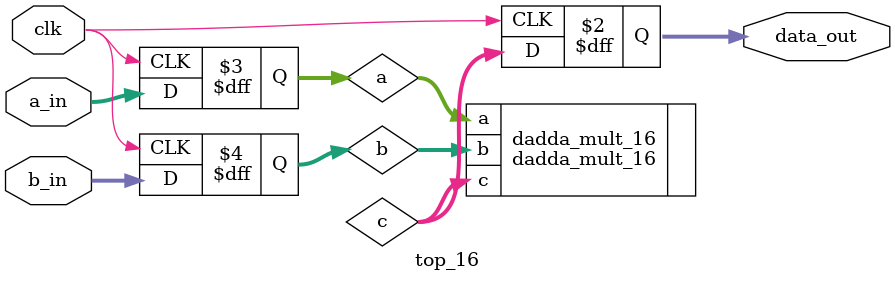
<source format=v>
module top_16(
    input clk,
    input [15:0] a_in,
    input [15:0] b_in,
    output [30:0] data_out
);

reg [15:0] a, b;
wire [30:0] c;
reg [30:0] data_out;

dadda_mult_16 dadda_mult_16 (.a(a), .b(b), .c(c));

always @(posedge clk) begin
    a <=  a_in;
    b <=  b_in;
    data_out <= c;
end
endmodule
</source>
